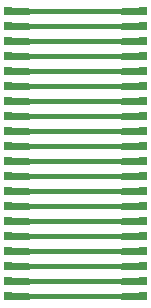
<source format=gtl>
G75*
%MOIN*%
%OFA0B0*%
%FSLAX24Y24*%
%IPPOS*%
%LPD*%
%AMOC8*
5,1,8,0,0,1.08239X$1,22.5*
%
%ADD10C,0.0075*%
%ADD11R,0.0290X0.0290*%
%ADD12C,0.0160*%
%ADD13C,0.0240*%
D10*
X000792Y000492D02*
X001218Y000492D01*
X000792Y000492D02*
X000792Y000668D01*
X001218Y000668D01*
X001218Y000492D01*
X001218Y000566D02*
X000792Y000566D01*
X000792Y000640D02*
X001218Y000640D01*
X001218Y000992D02*
X000792Y000992D01*
X000792Y001168D01*
X001218Y001168D01*
X001218Y000992D01*
X001218Y001066D02*
X000792Y001066D01*
X000792Y001140D02*
X001218Y001140D01*
X001218Y001492D02*
X000792Y001492D01*
X000792Y001668D01*
X001218Y001668D01*
X001218Y001492D01*
X001218Y001566D02*
X000792Y001566D01*
X000792Y001640D02*
X001218Y001640D01*
X001218Y001992D02*
X000792Y001992D01*
X000792Y002168D01*
X001218Y002168D01*
X001218Y001992D01*
X001218Y002066D02*
X000792Y002066D01*
X000792Y002140D02*
X001218Y002140D01*
X001218Y002492D02*
X000792Y002492D01*
X000792Y002668D01*
X001218Y002668D01*
X001218Y002492D01*
X001218Y002566D02*
X000792Y002566D01*
X000792Y002640D02*
X001218Y002640D01*
X001218Y002992D02*
X000792Y002992D01*
X000792Y003168D01*
X001218Y003168D01*
X001218Y002992D01*
X001218Y003066D02*
X000792Y003066D01*
X000792Y003140D02*
X001218Y003140D01*
X001218Y003492D02*
X000792Y003492D01*
X000792Y003668D01*
X001218Y003668D01*
X001218Y003492D01*
X001218Y003566D02*
X000792Y003566D01*
X000792Y003640D02*
X001218Y003640D01*
X001218Y003992D02*
X000792Y003992D01*
X000792Y004168D01*
X001218Y004168D01*
X001218Y003992D01*
X001218Y004066D02*
X000792Y004066D01*
X000792Y004140D02*
X001218Y004140D01*
X001218Y004492D02*
X000792Y004492D01*
X000792Y004668D01*
X001218Y004668D01*
X001218Y004492D01*
X001218Y004566D02*
X000792Y004566D01*
X000792Y004640D02*
X001218Y004640D01*
X001218Y004992D02*
X000792Y004992D01*
X000792Y005168D01*
X001218Y005168D01*
X001218Y004992D01*
X001218Y005066D02*
X000792Y005066D01*
X000792Y005140D02*
X001218Y005140D01*
X001218Y005492D02*
X000792Y005492D01*
X000792Y005668D01*
X001218Y005668D01*
X001218Y005492D01*
X001218Y005566D02*
X000792Y005566D01*
X000792Y005640D02*
X001218Y005640D01*
X001218Y005992D02*
X000792Y005992D01*
X000792Y006168D01*
X001218Y006168D01*
X001218Y005992D01*
X001218Y006066D02*
X000792Y006066D01*
X000792Y006140D02*
X001218Y006140D01*
X001218Y006492D02*
X000792Y006492D01*
X000792Y006668D01*
X001218Y006668D01*
X001218Y006492D01*
X001218Y006566D02*
X000792Y006566D01*
X000792Y006640D02*
X001218Y006640D01*
X001218Y006992D02*
X000792Y006992D01*
X000792Y007168D01*
X001218Y007168D01*
X001218Y006992D01*
X001218Y007066D02*
X000792Y007066D01*
X000792Y007140D02*
X001218Y007140D01*
X001218Y007492D02*
X000792Y007492D01*
X000792Y007668D01*
X001218Y007668D01*
X001218Y007492D01*
X001218Y007566D02*
X000792Y007566D01*
X000792Y007640D02*
X001218Y007640D01*
X001218Y007992D02*
X000792Y007992D01*
X000792Y008168D01*
X001218Y008168D01*
X001218Y007992D01*
X001218Y008066D02*
X000792Y008066D01*
X000792Y008140D02*
X001218Y008140D01*
X001218Y008492D02*
X000792Y008492D01*
X000792Y008668D01*
X001218Y008668D01*
X001218Y008492D01*
X001218Y008566D02*
X000792Y008566D01*
X000792Y008640D02*
X001218Y008640D01*
X001218Y008992D02*
X000792Y008992D01*
X000792Y009168D01*
X001218Y009168D01*
X001218Y008992D01*
X001218Y009066D02*
X000792Y009066D01*
X000792Y009140D02*
X001218Y009140D01*
X001218Y009492D02*
X000792Y009492D01*
X000792Y009668D01*
X001218Y009668D01*
X001218Y009492D01*
X001218Y009566D02*
X000792Y009566D01*
X000792Y009640D02*
X001218Y009640D01*
X001218Y009992D02*
X000792Y009992D01*
X000792Y010168D01*
X001218Y010168D01*
X001218Y009992D01*
X001218Y010066D02*
X000792Y010066D01*
X000792Y010140D02*
X001218Y010140D01*
X004292Y010168D02*
X004718Y010168D01*
X004718Y009992D01*
X004292Y009992D01*
X004292Y010168D01*
X004292Y010066D02*
X004718Y010066D01*
X004718Y010140D02*
X004292Y010140D01*
X004292Y009668D02*
X004718Y009668D01*
X004718Y009492D01*
X004292Y009492D01*
X004292Y009668D01*
X004292Y009566D02*
X004718Y009566D01*
X004718Y009640D02*
X004292Y009640D01*
X004292Y009168D02*
X004718Y009168D01*
X004718Y008992D01*
X004292Y008992D01*
X004292Y009168D01*
X004292Y009066D02*
X004718Y009066D01*
X004718Y009140D02*
X004292Y009140D01*
X004292Y008668D02*
X004718Y008668D01*
X004718Y008492D01*
X004292Y008492D01*
X004292Y008668D01*
X004292Y008566D02*
X004718Y008566D01*
X004718Y008640D02*
X004292Y008640D01*
X004292Y008168D02*
X004718Y008168D01*
X004718Y007992D01*
X004292Y007992D01*
X004292Y008168D01*
X004292Y008066D02*
X004718Y008066D01*
X004718Y008140D02*
X004292Y008140D01*
X004292Y007668D02*
X004718Y007668D01*
X004718Y007492D01*
X004292Y007492D01*
X004292Y007668D01*
X004292Y007566D02*
X004718Y007566D01*
X004718Y007640D02*
X004292Y007640D01*
X004292Y007168D02*
X004718Y007168D01*
X004718Y006992D01*
X004292Y006992D01*
X004292Y007168D01*
X004292Y007066D02*
X004718Y007066D01*
X004718Y007140D02*
X004292Y007140D01*
X004292Y006668D02*
X004718Y006668D01*
X004718Y006492D01*
X004292Y006492D01*
X004292Y006668D01*
X004292Y006566D02*
X004718Y006566D01*
X004718Y006640D02*
X004292Y006640D01*
X004292Y006168D02*
X004718Y006168D01*
X004718Y005992D01*
X004292Y005992D01*
X004292Y006168D01*
X004292Y006066D02*
X004718Y006066D01*
X004718Y006140D02*
X004292Y006140D01*
X004292Y005668D02*
X004718Y005668D01*
X004718Y005492D01*
X004292Y005492D01*
X004292Y005668D01*
X004292Y005566D02*
X004718Y005566D01*
X004718Y005640D02*
X004292Y005640D01*
X004292Y005168D02*
X004718Y005168D01*
X004718Y004992D01*
X004292Y004992D01*
X004292Y005168D01*
X004292Y005066D02*
X004718Y005066D01*
X004718Y005140D02*
X004292Y005140D01*
X004292Y004668D02*
X004718Y004668D01*
X004718Y004492D01*
X004292Y004492D01*
X004292Y004668D01*
X004292Y004566D02*
X004718Y004566D01*
X004718Y004640D02*
X004292Y004640D01*
X004292Y004168D02*
X004718Y004168D01*
X004718Y003992D01*
X004292Y003992D01*
X004292Y004168D01*
X004292Y004066D02*
X004718Y004066D01*
X004718Y004140D02*
X004292Y004140D01*
X004292Y003668D02*
X004718Y003668D01*
X004718Y003492D01*
X004292Y003492D01*
X004292Y003668D01*
X004292Y003566D02*
X004718Y003566D01*
X004718Y003640D02*
X004292Y003640D01*
X004292Y003168D02*
X004718Y003168D01*
X004718Y002992D01*
X004292Y002992D01*
X004292Y003168D01*
X004292Y003066D02*
X004718Y003066D01*
X004718Y003140D02*
X004292Y003140D01*
X004292Y002668D02*
X004718Y002668D01*
X004718Y002492D01*
X004292Y002492D01*
X004292Y002668D01*
X004292Y002566D02*
X004718Y002566D01*
X004718Y002640D02*
X004292Y002640D01*
X004292Y002168D02*
X004718Y002168D01*
X004718Y001992D01*
X004292Y001992D01*
X004292Y002168D01*
X004292Y002066D02*
X004718Y002066D01*
X004718Y002140D02*
X004292Y002140D01*
X004292Y001668D02*
X004718Y001668D01*
X004718Y001492D01*
X004292Y001492D01*
X004292Y001668D01*
X004292Y001566D02*
X004718Y001566D01*
X004718Y001640D02*
X004292Y001640D01*
X004292Y001168D02*
X004718Y001168D01*
X004718Y000992D01*
X004292Y000992D01*
X004292Y001168D01*
X004292Y001066D02*
X004718Y001066D01*
X004718Y001140D02*
X004292Y001140D01*
X004292Y000668D02*
X004718Y000668D01*
X004718Y000492D01*
X004292Y000492D01*
X004292Y000668D01*
X004292Y000566D02*
X004718Y000566D01*
X004718Y000640D02*
X004292Y000640D01*
D11*
X000505Y000580D03*
X000505Y001080D03*
X000505Y001580D03*
X000505Y002080D03*
X000505Y002580D03*
X000505Y003080D03*
X000505Y003580D03*
X000505Y004080D03*
X000505Y004580D03*
X000505Y005080D03*
X000505Y005580D03*
X000505Y006080D03*
X000505Y006580D03*
X000505Y007080D03*
X000505Y007580D03*
X000505Y008080D03*
X000505Y008580D03*
X000505Y009080D03*
X000505Y009580D03*
X000505Y010080D03*
X005005Y010080D03*
X005005Y009580D03*
X005005Y009080D03*
X005005Y008580D03*
X005005Y008080D03*
X005005Y007580D03*
X005005Y007080D03*
X005005Y006580D03*
X005005Y006080D03*
X005005Y005580D03*
X005005Y005080D03*
X005005Y004580D03*
X005005Y004080D03*
X005005Y003580D03*
X005005Y003080D03*
X005005Y002580D03*
X005005Y002080D03*
X005005Y001580D03*
X005005Y001080D03*
X005005Y000580D03*
D12*
X004505Y000580D02*
X001005Y000580D01*
X001005Y001080D02*
X004505Y001080D01*
X004505Y001580D02*
X001005Y001580D01*
X001005Y002080D02*
X004505Y002080D01*
X004505Y002580D02*
X001005Y002580D01*
X001005Y003080D02*
X004505Y003080D01*
X004505Y003580D02*
X001005Y003580D01*
X001005Y004080D02*
X004505Y004080D01*
X004505Y004580D02*
X001005Y004580D01*
X001005Y005080D02*
X004505Y005080D01*
X004505Y005580D02*
X001005Y005580D01*
X001005Y006080D02*
X004505Y006080D01*
X004505Y006580D02*
X001005Y006580D01*
X001005Y007080D02*
X004505Y007080D01*
X004505Y007580D02*
X001005Y007580D01*
X001005Y008080D02*
X004505Y008080D01*
X004505Y008580D02*
X001005Y008580D01*
X001005Y009080D02*
X004505Y009080D01*
X004505Y009580D02*
X001005Y009580D01*
X001005Y010080D02*
X004505Y010080D01*
D13*
X005005Y010080D01*
X005005Y009580D02*
X004505Y009580D01*
X004505Y009080D02*
X005005Y009080D01*
X005005Y008580D02*
X004505Y008580D01*
X004505Y008080D02*
X005005Y008080D01*
X005005Y007580D02*
X004505Y007580D01*
X004505Y007080D02*
X005005Y007080D01*
X005005Y006580D02*
X004505Y006580D01*
X004505Y006080D02*
X005005Y006080D01*
X005005Y005580D02*
X004505Y005580D01*
X004505Y005080D02*
X005005Y005080D01*
X005005Y004580D02*
X004505Y004580D01*
X004505Y004080D02*
X005005Y004080D01*
X005005Y003580D02*
X004505Y003580D01*
X004505Y003080D02*
X005005Y003080D01*
X005005Y002580D02*
X004505Y002580D01*
X004505Y002080D02*
X005005Y002080D01*
X005005Y001580D02*
X004505Y001580D01*
X004505Y001080D02*
X005005Y001080D01*
X005005Y000580D02*
X004505Y000580D01*
X001005Y000580D02*
X000505Y000580D01*
X000505Y001080D02*
X001005Y001080D01*
X001005Y001580D02*
X000505Y001580D01*
X000505Y002080D02*
X001005Y002080D01*
X001005Y002580D02*
X000505Y002580D01*
X000505Y003080D02*
X001005Y003080D01*
X001005Y003580D02*
X000505Y003580D01*
X000505Y004080D02*
X001005Y004080D01*
X001005Y004580D02*
X000505Y004580D01*
X000505Y005080D02*
X001005Y005080D01*
X001005Y005580D02*
X000505Y005580D01*
X000505Y006080D02*
X001005Y006080D01*
X001005Y006580D02*
X000505Y006580D01*
X000505Y007080D02*
X001005Y007080D01*
X001005Y007580D02*
X000505Y007580D01*
X000505Y008080D02*
X001005Y008080D01*
X001005Y008580D02*
X000505Y008580D01*
X000505Y009080D02*
X001005Y009080D01*
X001005Y009580D02*
X000505Y009580D01*
X000505Y010080D02*
X001005Y010080D01*
M02*

</source>
